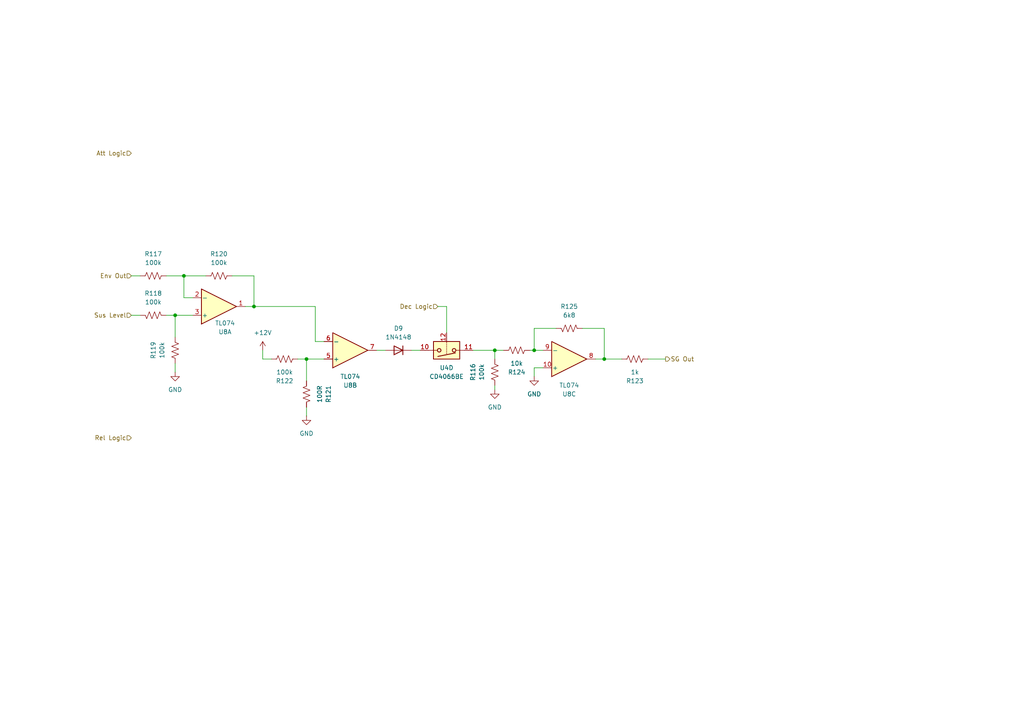
<source format=kicad_sch>
(kicad_sch (version 20250114) (generator "eeschema") (generator_version "9.0")
  (paper "A4")
  (title_block (comment 1 "PCB for 15cm Kosmo format synthesizer module"))
  (lib_symbols
    (symbol "Amplifier_Operational:TL074" (pin_names (offset 0.127))
      (property "Reference" "U" (at 0 5.08 0))
      (property "Value" "TL074" (at 0 -5.08 0))
      (symbol "TL074_1_1"
        (polyline (pts (xy -5.08 5.08) (xy 5.08 0) (xy -5.08 -5.08) (xy -5.08 5.08)) (stroke (width 0.254)) (fill (type background)))
        (pin input line (at -7.62 2.54 0) (length 2.54) (name "+") (number "3"))
        (pin input line (at -7.62 -2.54 0) (length 2.54) (name "-") (number "2"))
        (pin output line (at 7.62 0 180) (length 2.54) (name "~") (number "1"))
      )
      (symbol "TL074_2_1"
        (polyline (pts (xy -5.08 5.08) (xy 5.08 0) (xy -5.08 -5.08) (xy -5.08 5.08)) (stroke (width 0.254)) (fill (type background)))
        (pin input line (at -7.62 2.54 0) (length 2.54) (name "+") (number "5"))
        (pin input line (at -7.62 -2.54 0) (length 2.54) (name "-") (number "6"))
        (pin output line (at 7.62 0 180) (length 2.54) (name "~") (number "7"))
      )
      (symbol "TL074_3_1"
        (polyline (pts (xy -5.08 5.08) (xy 5.08 0) (xy -5.08 -5.08) (xy -5.08 5.08)) (stroke (width 0.254)) (fill (type background)))
        (pin input line (at -7.62 2.54 0) (length 2.54) (name "+") (number "10"))
        (pin input line (at -7.62 -2.54 0) (length 2.54) (name "-") (number "9"))
        (pin output line (at 7.62 0 180) (length 2.54) (name "~") (number "8"))
      )
      (symbol "TL074_4_1"
        (polyline (pts (xy -5.08 5.08) (xy 5.08 0) (xy -5.08 -5.08) (xy -5.08 5.08)) (stroke (width 0.254)) (fill (type background)))
        (pin input line (at -7.62 2.54 0) (length 2.54) (name "+") (number "12"))
        (pin input line (at -7.62 -2.54 0) (length 2.54) (name "-") (number "13"))
        (pin output line (at 7.62 0 180) (length 2.54) (name "~") (number "14"))
      )
      (symbol "TL074_5_1"
        (pin power_in line (at -2.54 7.62 270) (length 3.81) (name "V+") (number "4"))
        (pin power_in line (at -2.54 -7.62 90) (length 3.81) (name "V-") (number "11"))
      )
    )
    (symbol "Analog_Switch:CD4066BE"
      (property "Reference" "U" (at -5.08 3.81 0))
      (property "Value" "CD4066BE" (at 7.62 3.81 0))
      (symbol "CD4066BE_1_1"
        (polyline (pts (xy -5.08 0) (xy -2.794 0)))
        (rectangle (start -3.81 2.54) (end 3.81 -2.54) (stroke (width 0.254)) (fill (type background)))
        (polyline (pts (xy -2.54 0.762) (xy 2.54 1.778)) (stroke (width 0.254)))
        (circle (center -2.159 0) (radius 0.508) (stroke (width 0.254)))
        (polyline (pts (xy 0 0.762) (xy 0 1.016)))
        (polyline (pts (xy 0 0.254) (xy 0 0.508)))
        (polyline (pts (xy 0 -0.254) (xy 0 0)))
        (polyline (pts (xy 0 -0.762) (xy 0 -0.508)))
        (polyline (pts (xy 0 -1.27) (xy 0 -1.016)))
        (polyline (pts (xy 0 -1.778) (xy 0 -1.524)))
        (polyline (pts (xy 0 -2.54) (xy 0 -2.032)))
        (circle (center 2.159 0) (radius 0.508) (stroke (width 0.254)))
        (polyline (pts (xy 5.08 0) (xy 2.794 0)))
        (pin bidirectional line (at -7.62 0 0) (length 2.54) (name "~") (number "1"))
        (pin input line (at 0 -5.08 90) (length 2.54) (name "~") (number "13"))
        (pin bidirectional line (at 7.62 0 180) (length 2.54) (name "~") (number "2"))
      )
      (symbol "CD4066BE_2_1"
        (polyline (pts (xy -5.08 0) (xy -2.794 0)))
        (rectangle (start -3.81 2.54) (end 3.81 -2.54) (stroke (width 0.254)) (fill (type background)))
        (polyline (pts (xy -2.54 0.762) (xy 2.54 1.778)) (stroke (width 0.254)))
        (circle (center -2.159 0) (radius 0.508) (stroke (width 0.254)))
        (polyline (pts (xy 0 0.762) (xy 0 1.016)))
        (polyline (pts (xy 0 0.254) (xy 0 0.508)))
        (polyline (pts (xy 0 -0.254) (xy 0 0)))
        (polyline (pts (xy 0 -0.762) (xy 0 -0.508)))
        (polyline (pts (xy 0 -1.27) (xy 0 -1.016)))
        (polyline (pts (xy 0 -1.778) (xy 0 -1.524)))
        (polyline (pts (xy 0 -2.54) (xy 0 -2.032)))
        (circle (center 2.159 0) (radius 0.508) (stroke (width 0.254)))
        (polyline (pts (xy 5.08 0) (xy 2.794 0)))
        (pin bidirectional line (at -7.62 0 0) (length 2.54) (name "~") (number "4"))
        (pin input line (at 0 -5.08 90) (length 2.54) (name "~") (number "5"))
        (pin bidirectional line (at 7.62 0 180) (length 2.54) (name "~") (number "3"))
      )
      (symbol "CD4066BE_3_1"
        (polyline (pts (xy -5.08 0) (xy -2.794 0)))
        (rectangle (start -3.81 2.54) (end 3.81 -2.54) (stroke (width 0.254)) (fill (type background)))
        (polyline (pts (xy -2.54 0.762) (xy 2.54 1.778)) (stroke (width 0.254)))
        (circle (center -2.159 0) (radius 0.508) (stroke (width 0.254)))
        (polyline (pts (xy 0 0.762) (xy 0 1.016)))
        (polyline (pts (xy 0 0.254) (xy 0 0.508)))
        (polyline (pts (xy 0 -0.254) (xy 0 0)))
        (polyline (pts (xy 0 -0.762) (xy 0 -0.508)))
        (polyline (pts (xy 0 -1.27) (xy 0 -1.016)))
        (polyline (pts (xy 0 -1.778) (xy 0 -1.524)))
        (polyline (pts (xy 0 -2.54) (xy 0 -2.032)))
        (circle (center 2.159 0) (radius 0.508) (stroke (width 0.254)))
        (polyline (pts (xy 5.08 0) (xy 2.794 0)))
        (pin bidirectional line (at -7.62 0 0) (length 2.54) (name "~") (number "8"))
        (pin input line (at 0 -5.08 90) (length 2.54) (name "~") (number "6"))
        (pin bidirectional line (at 7.62 0 180) (length 2.54) (name "~") (number "9"))
      )
      (symbol "CD4066BE_4_1"
        (polyline (pts (xy -5.08 0) (xy -2.794 0)))
        (rectangle (start -3.81 2.54) (end 3.81 -2.54) (stroke (width 0.254)) (fill (type background)))
        (polyline (pts (xy -2.54 0.762) (xy 2.54 1.778)) (stroke (width 0.254)))
        (circle (center -2.159 0) (radius 0.508) (stroke (width 0.254)))
        (polyline (pts (xy 0 0.762) (xy 0 1.016)))
        (polyline (pts (xy 0 0.254) (xy 0 0.508)))
        (polyline (pts (xy 0 -0.254) (xy 0 0)))
        (polyline (pts (xy 0 -0.762) (xy 0 -0.508)))
        (polyline (pts (xy 0 -1.27) (xy 0 -1.016)))
        (polyline (pts (xy 0 -1.778) (xy 0 -1.524)))
        (polyline (pts (xy 0 -2.54) (xy 0 -2.032)))
        (circle (center 2.159 0) (radius 0.508) (stroke (width 0.254)))
        (polyline (pts (xy 5.08 0) (xy 2.794 0)))
        (pin bidirectional line (at -7.62 0 0) (length 2.54) (name "~") (number "11"))
        (pin input line (at 0 -5.08 90) (length 2.54) (name "~") (number "12"))
        (pin bidirectional line (at 7.62 0 180) (length 2.54) (name "~") (number "10"))
      )
      (symbol "CD4066BE_5_1"
        (rectangle (start -2.54 5.08) (end 2.54 -5.08) (stroke (width 0.254)) (fill (type background)))
        (pin power_in line (at 0 7.62 270) (length 2.54) (name "V_{DD}") (number "14"))
        (pin power_in line (at 0 -7.62 90) (length 2.54) (name "V_{SS}") (number "7"))
      )
    )
    (symbol "Device:R_US" (pin_numbers (hide yes)) (pin_names (offset 0))
      (property "Reference" "R" (at 2.54 0 90))
      (property "Value" "R_US" (at -2.54 0 90))
      (symbol "R_US_0_1"
        (polyline (pts (xy 0 2.286) (xy 0 2.54)))
        (polyline (pts (xy 0 2.286) (xy 1.016 1.905) (xy 0 1.524) (xy -1.016 1.143) (xy 0 0.762)))
        (polyline (pts (xy 0 0.762) (xy 1.016 0.381) (xy 0 0) (xy -1.016 -0.381) (xy 0 -0.762)))
        (polyline (pts (xy 0 -0.762) (xy 1.016 -1.143) (xy 0 -1.524) (xy -1.016 -1.905) (xy 0 -2.286)))
        (polyline (pts (xy 0 -2.286) (xy 0 -2.54)))
      )
      (symbol "R_US_1_1"
        (pin passive line (at 0 3.81 270) (length 1.27) (name "~") (number "1"))
        (pin passive line (at 0 -3.81 90) (length 1.27) (name "~") (number "2"))
      )
    )
    (symbol "Diode:1N4148" (pin_numbers (hide yes)) (pin_names (hide yes))
      (property "Reference" "D" (at 0 2.54 0))
      (property "Value" "1N4148" (at 0 -2.54 0))
      (symbol "1N4148_0_1"
        (polyline (pts (xy -1.27 1.27) (xy -1.27 -1.27)) (stroke (width 0.254)))
        (polyline (pts (xy 1.27 1.27) (xy 1.27 -1.27) (xy -1.27 0) (xy 1.27 1.27)) (stroke (width 0.254)))
        (polyline (pts (xy 1.27 0) (xy -1.27 0)))
      )
      (symbol "1N4148_1_1"
        (pin passive line (at -3.81 0 0) (length 2.54) (name "K") (number "1"))
        (pin passive line (at 3.81 0 180) (length 2.54) (name "A") (number "2"))
      )
    )
    (symbol "power:+12V" (power) (pin_numbers (hide yes)) (pin_names (offset 0) (hide yes))
      (property "Value" "+12V" (at 0 3.556 0))
      (symbol "+12V_0_1"
        (polyline (pts (xy -0.762 1.27) (xy 0 2.54)))
        (polyline (pts (xy 0 2.54) (xy 0.762 1.27)))
        (polyline (pts (xy 0 0) (xy 0 2.54)))
      )
      (symbol "+12V_1_1"
        (pin power_in line (at 0 0 90) (length 0) (name "~") (number "1"))
      )
    )
    (symbol "power:GND" (power) (pin_numbers (hide yes)) (pin_names (offset 0) (hide yes))
      (property "Value" "GND" (at 0 -3.81 0))
      (symbol "GND_0_1"
        (polyline (pts (xy 0 0) (xy 0 -1.27) (xy 1.27 -1.27) (xy 0 -2.54) (xy -1.27 -1.27) (xy 0 -1.27)))
      )
      (symbol "GND_1_1"
        (pin power_in line (at 0 0 270) (length 0) (name "~") (number "1"))
      )
    )
  )
  (junction (at 73.66 88.9))
  (junction (at 53.34 80.01))
  (junction (at 154.94 101.6))
  (junction (at 88.9 104.14))
  (junction (at 175.26 104.14))
  (junction (at 143.51 101.6))
  (junction (at 50.8 91.44))
  (wire (pts (xy 88.9 104.14) (xy 93.98 104.14)))
  (wire (pts (xy 187.96 104.14) (xy 193.04 104.14)))
  (wire (pts (xy 67.31 80.01) (xy 73.66 80.01)))
  (wire (pts (xy 53.34 86.36) (xy 53.34 80.01)))
  (wire (pts (xy 38.1 91.44) (xy 40.64 91.44)))
  (wire (pts (xy 161.29 95.25) (xy 154.94 95.25)))
  (wire (pts (xy 129.54 88.9) (xy 129.54 96.52)))
  (wire (pts (xy 91.44 99.06) (xy 93.98 99.06)))
  (wire (pts (xy 109.22 101.6) (xy 111.76 101.6)))
  (wire (pts (xy 48.26 91.44) (xy 50.8 91.44)))
  (wire (pts (xy 127 88.9) (xy 129.54 88.9)))
  (wire (pts (xy 172.72 104.14) (xy 175.26 104.14)))
  (wire (pts (xy 157.48 106.68) (xy 154.94 106.68)))
  (wire (pts (xy 88.9 104.14) (xy 88.9 110.49)))
  (wire (pts (xy 78.74 104.14) (xy 76.2 104.14)))
  (wire (pts (xy 154.94 106.68) (xy 154.94 109.22)))
  (wire (pts (xy 50.8 91.44) (xy 55.88 91.44)))
  (wire (pts (xy 73.66 88.9) (xy 91.44 88.9)))
  (wire (pts (xy 154.94 101.6) (xy 157.48 101.6)))
  (wire (pts (xy 143.51 111.76) (xy 143.51 113.03)))
  (wire (pts (xy 175.26 95.25) (xy 175.26 104.14)))
  (wire (pts (xy 86.36 104.14) (xy 88.9 104.14)))
  (wire (pts (xy 143.51 101.6) (xy 143.51 104.14)))
  (wire (pts (xy 154.94 95.25) (xy 154.94 101.6)))
  (wire (pts (xy 175.26 104.14) (xy 180.34 104.14)))
  (wire (pts (xy 53.34 80.01) (xy 59.69 80.01)))
  (wire (pts (xy 143.51 101.6) (xy 146.05 101.6)))
  (wire (pts (xy 50.8 105.41) (xy 50.8 107.95)))
  (wire (pts (xy 168.91 95.25) (xy 175.26 95.25)))
  (wire (pts (xy 73.66 88.9) (xy 71.12 88.9)))
  (wire (pts (xy 153.67 101.6) (xy 154.94 101.6)))
  (wire (pts (xy 88.9 118.11) (xy 88.9 120.65)))
  (wire (pts (xy 73.66 80.01) (xy 73.66 88.9)))
  (wire (pts (xy 119.38 101.6) (xy 121.92 101.6)))
  (wire (pts (xy 48.26 80.01) (xy 53.34 80.01)))
  (wire (pts (xy 38.1 80.01) (xy 40.64 80.01)))
  (wire (pts (xy 137.16 101.6) (xy 143.51 101.6)))
  (wire (pts (xy 55.88 86.36) (xy 53.34 86.36)))
  (wire (pts (xy 50.8 91.44) (xy 50.8 97.79)))
  (wire (pts (xy 76.2 104.14) (xy 76.2 101.6)))
  (wire (pts (xy 91.44 88.9) (xy 91.44 99.06)))
  (hierarchical_label "SG Out" (shape output) (at 193.04 104.14 0))
  (hierarchical_label "Att Logic" (shape input) (at 38.1 44.45 180))
  (hierarchical_label "Rel Logic" (shape input) (at 38.1 127 180))
  (hierarchical_label "Sus Level" (shape input) (at 38.1 91.44 180))
  (hierarchical_label "Dec Logic" (shape input) (at 127 88.9 180))
  (hierarchical_label "Env Out" (shape input) (at 38.1 80.01 180))
  (symbol (lib_id "Analog_Switch:CD4066BE") (at 129.54 101.6 180) (unit 4)
    (property "Reference" "U4" (at 129.54 106.68 0))
    (property "Value" "CD4066BE" (at 129.54 109.22 0))
    (property "Footprint" "Package_DIP:DIP-14_W7.62mm" (effects (hide yes)))
    (property "Datasheet" "https://www.ti.com/lit/ds/symlink/cd4066b.pdf" (effects (hide yes)))
    (property "Description" "Quad 20V analog SPST 1:1 switch, DIP-14" (effects (hide yes)))
  )
  (symbol (lib_id "Device:R_US") (at 184.15 104.14 90) (unit 1)
    (property "Reference" "R123" (at 184.15 110.49 90))
    (property "Value" "1k" (at 184.15 107.95 90))
    (property "Footprint" "Resistor_THT:R_Axial_DIN0207_L6.3mm_D2.5mm_P7.62mm_Horizontal" (effects (hide yes)))
    (property "Description" "Resistor, US symbol" (effects (hide yes)))
  )
  (symbol (lib_id "Device:R_US") (at 165.1 95.25 90) (mirror x) (unit 1)
    (property "Reference" "R125" (at 165.1 88.9 90))
    (property "Value" "6k8" (at 165.1 91.44 90))
    (property "Footprint" "Resistor_THT:R_Axial_DIN0207_L6.3mm_D2.5mm_P7.62mm_Horizontal" (effects (hide yes)))
    (property "Description" "Resistor, US symbol" (effects (hide yes)))
  )
  (symbol (lib_id "Device:R_US") (at 50.8 101.6 0) (unit 1)
    (property "Reference" "R119" (at 44.45 101.6 90))
    (property "Value" "100k" (at 46.99 101.6 90))
    (property "Footprint" "Resistor_THT:R_Axial_DIN0207_L6.3mm_D2.5mm_P7.62mm_Horizontal" (effects (hide yes)))
    (property "Description" "Resistor, US symbol" (effects (hide yes)))
  )
  (symbol (lib_id "Amplifier_Operational:TL074") (at 63.5 88.9 0) (mirror x) (unit 1)
    (property "Reference" "U8" (at 65.278 96.266 0))
    (property "Value" "TL074" (at 65.278 93.726 0))
    (property "Footprint" "Package_DIP:DIP-14_W7.62mm_Socket" (effects (hide yes)))
    (property "Datasheet" "http://www.ti.com/lit/ds/symlink/tl071.pdf" (effects (hide yes)))
    (property "Description" "Quad Low-Noise JFET-Input Operational Amplifiers, DIP-14/SOIC-14" (effects (hide yes)))
  )
  (symbol (lib_id "Device:R_US") (at 143.51 107.95 0) (unit 1)
    (property "Reference" "R116" (at 137.16 107.95 90))
    (property "Value" "100k" (at 139.7 107.95 90))
    (property "Footprint" "Resistor_THT:R_Axial_DIN0207_L6.3mm_D2.5mm_P7.62mm_Horizontal" (effects (hide yes)))
    (property "Description" "Resistor, US symbol" (effects (hide yes)))
  )
  (symbol (lib_id "power:GND") (at 50.8 107.95 0) (unit 1)
    (property "Reference" "#PWR022" (effects (hide yes)))
    (property "Value" "GND" (at 50.8 113.03 0))
    (property "Description" "Power symbol creates a global label with name \"GND\" , ground" (effects (hide yes)))
  )
  (symbol (lib_id "power:GND") (at 154.94 109.22 0) (unit 1)
    (property "Reference" "#PWR025" (effects (hide yes)))
    (property "Value" "GND" (at 154.94 114.3 0))
    (property "Description" "Power symbol creates a global label with name \"GND\" , ground" (effects (hide yes)))
  )
  (symbol (lib_id "Device:R_US") (at 44.45 80.01 270) (unit 1)
    (property "Reference" "R117" (at 44.45 73.66 90))
    (property "Value" "100k" (at 44.45 76.2 90))
    (property "Footprint" "Resistor_THT:R_Axial_DIN0207_L6.3mm_D2.5mm_P7.62mm_Horizontal" (effects (hide yes)))
    (property "Description" "Resistor, US symbol" (effects (hide yes)))
  )
  (symbol (lib_id "Amplifier_Operational:TL074") (at 101.6 101.6 0) (mirror x) (unit 2)
    (property "Reference" "U8" (at 101.6 111.76 0))
    (property "Value" "TL074" (at 101.6 109.22 0))
    (property "Footprint" "Package_DIP:DIP-14_W7.62mm_Socket" (effects (hide yes)))
    (property "Datasheet" "http://www.ti.com/lit/ds/symlink/tl071.pdf" (effects (hide yes)))
    (property "Description" "Quad Low-Noise JFET-Input Operational Amplifiers, DIP-14/SOIC-14" (effects (hide yes)))
  )
  (symbol (lib_id "Device:R_US") (at 88.9 114.3 0) (mirror y) (unit 1)
    (property "Reference" "R121" (at 95.25 114.3 90))
    (property "Value" "100R" (at 92.71 114.3 90))
    (property "Footprint" "Resistor_THT:R_Axial_DIN0207_L6.3mm_D2.5mm_P7.62mm_Horizontal" (effects (hide yes)))
    (property "Description" "Resistor, US symbol" (effects (hide yes)))
  )
  (symbol (lib_id "power:+12V") (at 76.2 101.6 0) (unit 1)
    (property "Reference" "#PWR024" (effects (hide yes)))
    (property "Value" "+12V" (at 76.2 96.52 0))
    (property "Description" "Power symbol creates a global label with name \"+12V\"" (effects (hide yes)))
  )
  (symbol (lib_id "Diode:1N4148") (at 115.57 101.6 180) (unit 1)
    (property "Reference" "D9" (at 115.57 95.25 0))
    (property "Value" "1N4148" (at 115.57 97.79 0))
    (property "Footprint" "Diode_THT:D_DO-35_SOD27_P7.62mm_Horizontal" (effects (hide yes)))
    (property "Datasheet" "https://assets.nexperia.com/documents/data-sheet/1N4148_1N4448.pdf" (effects (hide yes)))
    (property "Description" "100V 0.15A standard switching diode, DO-35" (effects (hide yes)))
    (property "Sim.Device" "D" (effects (hide yes)))
    (property "Sim.Pins" "1=K 2=A" (effects (hide yes)))
  )
  (symbol (lib_id "Device:R_US") (at 149.86 101.6 90) (unit 1)
    (property "Reference" "R124" (at 149.86 107.95 90))
    (property "Value" "10k" (at 149.86 105.41 90))
    (property "Footprint" "Resistor_THT:R_Axial_DIN0207_L6.3mm_D2.5mm_P7.62mm_Horizontal" (effects (hide yes)))
    (property "Description" "Resistor, US symbol" (effects (hide yes)))
  )
  (symbol (lib_id "Amplifier_Operational:TL074") (at 165.1 104.14 0) (mirror x) (unit 3)
    (property "Reference" "U8" (at 165.1 114.3 0))
    (property "Value" "TL074" (at 165.1 111.76 0))
    (property "Footprint" "Package_DIP:DIP-14_W7.62mm_Socket" (effects (hide yes)))
    (property "Datasheet" "http://www.ti.com/lit/ds/symlink/tl071.pdf" (effects (hide yes)))
    (property "Description" "Quad Low-Noise JFET-Input Operational Amplifiers, DIP-14/SOIC-14" (effects (hide yes)))
  )
  (symbol (lib_id "Device:R_US") (at 63.5 80.01 270) (unit 1)
    (property "Reference" "R120" (at 63.5 73.66 90))
    (property "Value" "100k" (at 63.5 76.2 90))
    (property "Footprint" "Resistor_THT:R_Axial_DIN0207_L6.3mm_D2.5mm_P7.62mm_Horizontal" (effects (hide yes)))
    (property "Description" "Resistor, US symbol" (effects (hide yes)))
  )
  (symbol (lib_id "Device:R_US") (at 82.55 104.14 90) (unit 1)
    (property "Reference" "R122" (at 82.55 110.49 90))
    (property "Value" "100k" (at 82.55 107.95 90))
    (property "Footprint" "Resistor_THT:R_Axial_DIN0207_L6.3mm_D2.5mm_P7.62mm_Horizontal" (effects (hide yes)))
    (property "Description" "Resistor, US symbol" (effects (hide yes)))
  )
  (symbol (lib_id "power:GND") (at 88.9 120.65 0) (unit 1)
    (property "Reference" "#PWR023" (effects (hide yes)))
    (property "Value" "GND" (at 88.9 125.73 0))
    (property "Description" "Power symbol creates a global label with name \"GND\" , ground" (effects (hide yes)))
  )
  (symbol (lib_id "Device:R_US") (at 44.45 91.44 90) (mirror x) (unit 1)
    (property "Reference" "R118" (at 44.45 85.09 90))
    (property "Value" "100k" (at 44.45 87.63 90))
    (property "Footprint" "Resistor_THT:R_Axial_DIN0207_L6.3mm_D2.5mm_P7.62mm_Horizontal" (effects (hide yes)))
    (property "Description" "Resistor, US symbol" (effects (hide yes)))
  )
  (symbol (lib_id "power:GND") (at 143.51 113.03 0) (unit 1)
    (property "Reference" "#PWR020" (effects (hide yes)))
    (property "Value" "GND" (at 143.51 118.11 0))
    (property "Description" "Power symbol creates a global label with name \"GND\" , ground" (effects (hide yes)))
  )
)
</source>
